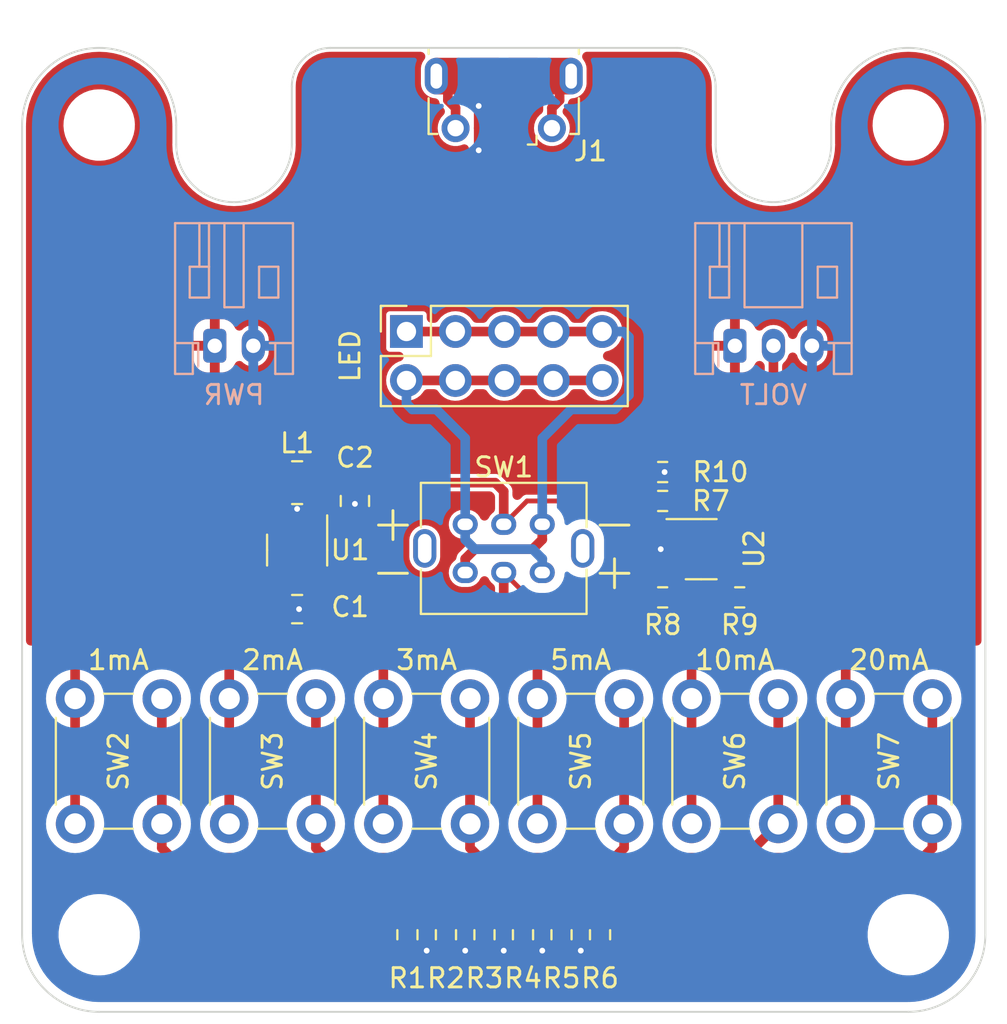
<source format=kicad_pcb>
(kicad_pcb (version 20211014) (generator pcbnew)
  (layers (0 "F.Cu" signal) (31 "B.Cu" signal) (34 "B.Paste" user) (35 "F.Paste" user) (36 "B.SilkS" user "B.Silkscreen") (37 "F.SilkS" user "F.Silkscreen") (38 "B.Mask" user) (39 "F.Mask" user) (44 "Edge.Cuts" user))
  (net 0 "")
  (net 1 "+5V")
  (net 2 "GND")
  (net 3 "LED+")
  (net 4 "Net-(L1-Pad1)")
  (net 5 "Net-(R7-Pad1)")
  (net 6 "LED-")
  (net 10 "unconnected-(J1-Pad6)")
  (net 11 "Net-(J3-Pad2)")
  (net 12 "Net-(R8-Pad1)")
  (net 13 "Net-(R1-Pad1)")
  (net 14 "Net-(R2-Pad1)")
  (net 15 "Net-(R3-Pad1)")
  (net 16 "Net-(R4-Pad1)")
  (net 17 "Net-(R5-Pad1)")
  (net 18 "Net-(R6-Pad1)")
  (net 19 "Net-(J4-Pad1)")
  (net 20 "Net-(J4-Pad10)")
  (footprint "Button_Switch_THT:SW_PUSH_6mm_H8mm" (layer "F.Cu") (at 102.75 90.25 90)
    (fp_text reference "SW2" (at 3.25 2.25 90) (layer "F.SilkS"))
    (fp_text value "1mA" (at 8.5 2.25 180) (layer "F.SilkS"))
    (fp_line (start 1 5.5) (end 5.5 5.5) (layer "F.SilkS") (width 0.12))
    (fp_line (start 5.5 -1) (end 1 -1) (layer "F.SilkS") (width 0.12))
    (fp_line (start -0.25 1.5) (end -0.25 3) (layer "F.SilkS") (width 0.12))
    (fp_line (start 6.75 3) (end 6.75 1.5) (layer "F.SilkS") (width 0.12))
    (pad "1" thru_hole circle (at 6.5 0 180) (size 2 2) (drill 1.1) (layers *.Cu *.Mask) (net 6 "LED-"))
    (pad "1" thru_hole circle (at 0 0 180) (size 2 2) (drill 1.1) (layers *.Cu *.Mask) (net 6 "LED-"))
    (pad "2" thru_hole circle (at 0 4.5 180) (size 2 2) (drill 1.1) (layers *.Cu *.Mask) (net 13 "Net-(R1-Pad1)"))
    (pad "2" thru_hole circle (at 6.5 4.5 180) (size 2 2) (drill 1.1) (layers *.Cu *.Mask) (net 13 "Net-(R1-Pad1)"))
  )
  (footprint "Resistor_SMD:R_0603_1608Metric" (layer "F.Cu") (at 137.25 78.5 180)
    (fp_text reference "R9" (at 0 -1.43) (layer "F.SilkS"))
    (fp_text value "10k" hide)
    (fp_line (start -0.237258 -0.5225) (end 0.237258 -0.5225) (layer "F.SilkS") (width 0.12))
    (fp_line (start -0.237258 0.5225) (end 0.237258 0.5225) (layer "F.SilkS") (width 0.12))
    (pad "1" smd roundrect (at -0.825 0 180) (size 0.8 0.95) (layers "F.Cu" "F.Paste" "F.Mask") (net 11 "Net-(J3-Pad2)"))
    (pad "2" smd roundrect (at 0.825 0 180) (size 0.8 0.95) (layers "F.Cu" "F.Paste" "F.Mask") (net 12 "Net-(R8-Pad1)"))
  )
  (footprint "Connector_USB:USB_Micro-B_Molex-105017-0001" (layer "F.Cu") (at 125 52.7 180)
    (fp_text reference "J1" (at -4.5 -2.66) (layer "F.SilkS"))
    (fp_text value "PWR")
    (fp_line (start 3.9 2.6375) (end 3.9 2.3875) (layer "F.SilkS") (width 0.12))
    (fp_line (start -3.9 2.6375) (end -3.9 2.3875) (layer "F.SilkS") (width 0.12))
    (fp_line (start -3.9 -1.7625) (end -3.45 -1.7625) (layer "F.SilkS") (width 0.12))
    (fp_line (start 3.9 -1.7625) (end 3.45 -1.7625) (layer "F.SilkS") (width 0.12))
    (fp_line (start -1.7 -2.3125) (end -1.7 -1.8625) (layer "F.SilkS") (width 0.12))
    (fp_line (start 3.9 0.0875) (end 3.9 -1.7625) (layer "F.SilkS") (width 0.12))
    (fp_line (start -1.7 -2.3125) (end -1.25 -2.3125) (layer "F.SilkS") (width 0.12))
    (fp_line (start -3.9 0.0875) (end -3.9 -1.7625) (layer "F.SilkS") (width 0.12))
    (pad "1" smd rect (at -1.3 -1.4625 180) (size 0.4 1.35) (layers "F.Cu" "F.Paste" "F.Mask") (net 1 "+5V"))
    (pad "2" smd rect (at -0.65 -1.4625 180) (size 0.4 1.35) (layers "F.Cu" "F.Paste" "F.Mask"))
    (pad "3" smd rect (at 0 -1.4625 180) (size 0.4 1.35) (layers "F.Cu" "F.Paste" "F.Mask"))
    (pad "4" smd rect (at 0.65 -1.4625 180) (size 0.4 1.35) (layers "F.Cu" "F.Paste" "F.Mask"))
    (pad "5" smd rect (at 1.3 -1.4625 180) (size 0.4 1.35) (layers "F.Cu" "F.Paste" "F.Mask") (net 2 "GND"))
    (pad "6" smd rect (at 2.9 1.2375 180) (size 1.2 1.9) (layers "F.Cu" "F.Mask") (net 10 "unconnected-(J1-Pad6)"))
    (pad "6" thru_hole circle (at -2.5 -1.4625 180) (size 1.45 1.45) (drill 0.85) (layers *.Cu *.Mask) (net 10 "unconnected-(J1-Pad6)"))
    (pad "6" smd rect (at -2.9 1.2375 180) (size 1.2 1.9) (layers "F.Cu" "F.Mask") (net 10 "unconnected-(J1-Pad6)"))
    (pad "6" smd rect (at 1 1.2375 180) (size 1.5 1.9) (layers "F.Cu" "F.Paste" "F.Mask") (net 10 "unconnected-(J1-Pad6)"))
    (pad "6" thru_hole oval (at -3.5 1.2375) (size 1.2 1.9) (drill oval 0.6 1.3) (layers *.Cu *.Mask) (net 10 "unconnected-(J1-Pad6)"))
    (pad "6" thru_hole circle (at 2.5 -1.4625 180) (size 1.45 1.45) (drill 0.85) (layers *.Cu *.Mask) (net 10 "unconnected-(J1-Pad6)"))
    (pad "6" smd rect (at -1 1.2375 180) (size 1.5 1.9) (layers "F.Cu" "F.Paste" "F.Mask") (net 10 "unconnected-(J1-Pad6)"))
    (pad "6" thru_hole oval (at 3.5 1.2375 180) (size 1.2 1.9) (drill oval 0.6 1.3) (layers *.Cu *.Mask) (net 10 "unconnected-(J1-Pad6)"))
  )
  (footprint "Resistor_SMD:R_0603_1608Metric" (layer "F.Cu") (at 124 96 -90)
    (fp_text reference "R3" (at 2.25 0 180) (layer "F.SilkS"))
    (fp_text value "33r")
    (fp_line (start -0.237258 0.5225) (end 0.237258 0.5225) (layer "F.SilkS") (width 0.12))
    (fp_line (start -0.237258 -0.5225) (end 0.237258 -0.5225) (layer "F.SilkS") (width 0.12))
    (pad "1" smd roundrect (at -0.825 0 270) (size 0.8 0.95) (layers "F.Cu" "F.Paste" "F.Mask") (net 15 "Net-(R3-Pad1)"))
    (pad "2" smd roundrect (at 0.825 0 270) (size 0.8 0.95) (layers "F.Cu" "F.Paste" "F.Mask") (net 2 "GND"))
  )
  (footprint "MountingHole:MountingHole_3.2mm_M3_DIN965" (layer "F.Cu") (at 104 54)
    (fp_text reference "H1" hide)
    (fp_text value "MountingHole")
    (pad "" np_thru_hole circle (at 0 0) (size 3.2 3.2) (drill 3.2) (layers *.Cu *.Mask))
  )
  (footprint "Capacitor_SMD:C_0805_2012Metric" (layer "F.Cu") (at 114.275 79.11)
    (fp_text reference "C1" (at 2.75 -0.11) (layer "F.SilkS"))
    (fp_text value "10u")
    (fp_line (start -0.261252 -0.735) (end 0.261252 -0.735) (layer "F.SilkS") (width 0.12))
    (fp_line (start -0.261252 0.735) (end 0.261252 0.735) (layer "F.SilkS") (width 0.12))
    (pad "1" smd roundrect (at -0.95 0) (size 1 1.45) (layers "F.Cu" "F.Paste" "F.Mask") (net 1 "+5V"))
    (pad "2" smd roundrect (at 0.95 0) (size 1 1.45) (layers "F.Cu" "F.Paste" "F.Mask") (net 2 "GND"))
  )
  (footprint "Resistor_SMD:R_0603_1608Metric" (layer "F.Cu") (at 120 96 -90)
    (fp_text reference "R1" (at 2.25 0 180) (layer "F.SilkS"))
    (fp_text value "100r")
    (fp_line (start -0.237258 0.5225) (end 0.237258 0.5225) (layer "F.SilkS") (width 0.12))
    (fp_line (start -0.237258 -0.5225) (end 0.237258 -0.5225) (layer "F.SilkS") (width 0.12))
    (pad "1" smd roundrect (at -0.825 0 270) (size 0.8 0.95) (layers "F.Cu" "F.Paste" "F.Mask") (net 13 "Net-(R1-Pad1)"))
    (pad "2" smd roundrect (at 0.825 0 270) (size 0.8 0.95) (layers "F.Cu" "F.Paste" "F.Mask") (net 2 "GND"))
  )
  (footprint "Button_Switch_THT:SW_PUSH_6mm_H8mm" (layer "F.Cu") (at 110.75 90.25 90)
    (fp_text reference "SW3" (at 3.25 2.25 90) (layer "F.SilkS"))
    (fp_text value "2mA" (at 8.5 2.25 180) (layer "F.SilkS"))
    (fp_line (start 1 5.5) (end 5.5 5.5) (layer "F.SilkS") (width 0.12))
    (fp_line (start 6.75 3) (end 6.75 1.5) (layer "F.SilkS") (width 0.12))
    (fp_line (start 5.5 -1) (end 1 -1) (layer "F.SilkS") (width 0.12))
    (fp_line (start -0.25 1.5) (end -0.25 3) (layer "F.SilkS") (width 0.12))
    (pad "1" thru_hole circle (at 6.5 0 180) (size 2 2) (drill 1.1) (layers *.Cu *.Mask) (net 6 "LED-"))
    (pad "1" thru_hole circle (at 0 0 180) (size 2 2) (drill 1.1) (layers *.Cu *.Mask) (net 6 "LED-"))
    (pad "2" thru_hole circle (at 6.5 4.5 180) (size 2 2) (drill 1.1) (layers *.Cu *.Mask) (net 14 "Net-(R2-Pad1)"))
    (pad "2" thru_hole circle (at 0 4.5 180) (size 2 2) (drill 1.1) (layers *.Cu *.Mask) (net 14 "Net-(R2-Pad1)"))
  )
  (footprint "Connector_PinSocket_2.54mm:PinSocket_2x05_P2.54mm_Vertical" (layer "F.Cu") (at 119.95 64.71 90)
    (fp_text reference "J4" hide)
    (fp_text value "LED" (at -1.27 -2.92 270) (layer "F.SilkS"))
    (fp_line (start 1.33 1.27) (end 1.33 11.49) (layer "F.SilkS") (width 0.12))
    (fp_line (start -3.87 -1.33) (end -3.87 11.49) (layer "F.SilkS") (width 0.12))
    (fp_line (start 1.33 -1.33) (end 1.33 0) (layer "F.SilkS") (width 0.12))
    (fp_line (start -1.27 -1.33) (end -1.27 1.27) (layer "F.SilkS") (width 0.12))
    (fp_line (start -3.87 -1.33) (end -1.27 -1.33) (layer "F.SilkS") (width 0.12))
    (fp_line (start -1.27 1.27) (end 1.33 1.27) (layer "F.SilkS") (width 0.12))
    (fp_line (start 0 -1.33) (end 1.33 -1.33) (layer "F.SilkS") (width 0.12))
    (fp_line (start -3.87 11.49) (end 1.33 11.49) (layer "F.SilkS") (width 0.12))
    (pad "1" thru_hole rect (at 0 0 90) (size 1.7 1.7) (drill 1) (layers *.Cu *.Mask) (net 19 "Net-(J4-Pad1)"))
    (pad "2" thru_hole oval (at -2.54 0 90) (size 1.7 1.7) (drill 1) (layers *.Cu *.Mask) (net 20 "Net-(J4-Pad10)"))
    (pad "3" thru_hole oval (at 0 2.54 90) (size 1.7 1.7) (drill 1) (layers *.Cu *.Mask) (net 19 "Net-(J4-Pad1)"))
    (pad "4" thru_hole oval (at -2.54 2.54 90) (size 1.7 1.7) (drill 1) (layers *.Cu *.Mask) (net 20 "Net-(J4-Pad10)"))
    (pad "5" thru_hole oval (at 0 5.08 90) (size 1.7 1.7) (drill 1) (layers *.Cu *.Mask) (net 19 "Net-(J4-Pad1)"))
    (pad "6" thru_hole oval (at -2.54 5.08 90) (size 1.7 1.7) (drill 1) (layers *.Cu *.Mask) (net 20 "Net-(J4-Pad10)"))
    (pad "7" thru_hole oval (at 0 7.62 90) (size 1.7 1.7) (drill 1) (layers *.Cu *.Mask) (net 19 "Net-(J4-Pad1)"))
    (pad "8" thru_hole oval (at -2.54 7.62 90) (size 1.7 1.7) (drill 1) (layers *.Cu *.Mask) (net 20 "Net-(J4-Pad10)"))
    (pad "9" thru_hole oval (at 0 10.16 90) (size 1.7 1.7) (drill 1) (layers *.Cu *.Mask) (net 19 "Net-(J4-Pad1)"))
    (pad "10" thru_hole oval (at -2.54 10.16 90) (size 1.7 1.7) (drill 1) (layers *.Cu *.Mask) (net 20 "Net-(J4-Pad10)"))
  )
  (footprint "Button_Switch_THT:SW_PUSH_6mm_H8mm" (layer "F.Cu") (at 126.75 90.25 90)
    (fp_text reference "SW5" (at 3.25 2.25 90) (layer "F.SilkS"))
    (fp_text value "5mA" (at 8.5 2.25 180) (layer "F.SilkS"))
    (fp_line (start -0.25 1.5) (end -0.25 3) (layer "F.SilkS") (width 0.12))
    (fp_line (start 5.5 -1) (end 1 -1) (layer "F.SilkS") (width 0.12))
    (fp_line (start 1 5.5) (end 5.5 5.5) (layer "F.SilkS") (width 0.12))
    (fp_line (start 6.75 3) (end 6.75 1.5) (layer "F.SilkS") (width 0.12))
    (pad "1" thru_hole circle (at 6.5 0 180) (size 2 2) (drill 1.1) (layers *.Cu *.Mask) (net 6 "LED-"))
    (pad "1" thru_hole circle (at 0 0 180) (size 2 2) (drill 1.1) (layers *.Cu *.Mask) (net 6 "LED-"))
    (pad "2" thru_hole circle (at 6.5 4.5 180) (size 2 2) (drill 1.1) (layers *.Cu *.Mask) (net 16 "Net-(R4-Pad1)"))
    (pad "2" thru_hole circle (at 0 4.5 180) (size 2 2) (drill 1.1) (layers *.Cu *.Mask) (net 16 "Net-(R4-Pad1)"))
  )
  (footprint "MountingHole:MountingHole_3.2mm_M3_DIN965" (layer "F.Cu") (at 146 54)
    (fp_text reference "H3" hide)
    (fp_text value "MountingHole")
    (pad "" np_thru_hole circle (at 0 0) (size 3.2 3.2) (drill 3.2) (layers *.Cu *.Mask))
  )
  (footprint "Resistor_SMD:R_0603_1608Metric" (layer "F.Cu") (at 122 96 -90)
    (fp_text reference "R2" (at 2.25 0 180) (layer "F.SilkS"))
    (fp_text value "50r")
    (fp_line (start -0.237258 0.5225) (end 0.237258 0.5225) (layer "F.SilkS") (width 0.12))
    (fp_line (start -0.237258 -0.5225) (end 0.237258 -0.5225) (layer "F.SilkS") (width 0.12))
    (pad "1" smd roundrect (at -0.825 0 270) (size 0.8 0.95) (layers "F.Cu" "F.Paste" "F.Mask") (net 14 "Net-(R2-Pad1)"))
    (pad "2" smd roundrect (at 0.825 0 270) (size 0.8 0.95) (layers "F.Cu" "F.Paste" "F.Mask") (net 2 "GND"))
  )
  (footprint "Button_Switch_THT:SW_PUSH_6mm_H8mm" (layer "F.Cu") (at 118.75 90.25 90)
    (fp_text reference "SW4" (at 3.25 2.25 90) (layer "F.SilkS"))
    (fp_text value "3mA" (at 8.5 2.25 180) (layer "F.SilkS"))
    (fp_line (start 5.5 -1) (end 1 -1) (layer "F.SilkS") (width 0.12))
    (fp_line (start -0.25 1.5) (end -0.25 3) (layer "F.SilkS") (width 0.12))
    (fp_line (start 6.75 3) (end 6.75 1.5) (layer "F.SilkS") (width 0.12))
    (fp_line (start 1 5.5) (end 5.5 5.5) (layer "F.SilkS") (width 0.12))
    (pad "1" thru_hole circle (at 0 0 180) (size 2 2) (drill 1.1) (layers *.Cu *.Mask) (net 6 "LED-"))
    (pad "1" thru_hole circle (at 6.5 0 180) (size 2 2) (drill 1.1) (layers *.Cu *.Mask) (net 6 "LED-"))
    (pad "2" thru_hole circle (at 0 4.5 180) (size 2 2) (drill 1.1) (layers *.Cu *.Mask) (net 15 "Net-(R3-Pad1)"))
    (pad "2" thru_hole circle (at 6.5 4.5 180) (size 2 2) (drill 1.1) (layers *.Cu *.Mask) (net 15 "Net-(R3-Pad1)"))
  )
  (footprint "led-tester:OS202011MS2QS1" (layer "F.Cu") (at 125 75.96)
    (fp_text reference "SW1" (at 0 -4.21 unlocked) (layer "F.SilkS"))
    (fp_text value "LED_POL")
    (fp_line (start 4.3 3.4) (end -4.3 3.4) (layer "F.SilkS") (width 0.12))
    (fp_line (start 4.3 -3.4) (end 4.3 -1.1) (layer "F.SilkS") (width 0.12))
    (fp_line (start -4.3 3.4) (end -4.3 1.1) (layer "F.SilkS") (width 0.12))
    (fp_line (start 4.3 1.1) (end 4.3 3.4) (layer "F.SilkS") (width 0.12))
    (fp_line (start -4.3 -3.4) (end 4.3 -3.4) (layer "F.SilkS") (width 0.12))
    (fp_line (start -4.3 -3.4) (end -4.3 -1.1) (layer "F.SilkS") (width 0.12))
    (pad "" thru_hole oval (at 4.1 0) (size 1.2 2) (drill oval 0.7 1.5) (layers *.Cu *.Mask))
    (pad "" thru_hole oval (at -4.1 0) (size 1.2 2) (drill oval 0.7 1.5) (layers *.Cu *.Mask))
    (pad "1" thru_hole oval (at -2 -1.25) (size 1.3 1.1) (drill oval 0.8 0.6) (layers *.Cu *.Mask) (net 20 "Net-(J4-Pad10)"))
    (pad "2" thru_hole oval (at 0 -1.25) (size 1.3 1.1) (drill oval 0.8 0.6) (layers *.Cu *.Mask) (net 3 "LED+"))
    (pad "3" thru_hole oval (at 2 -1.25) (size 1.3 1.1) (drill oval 0.8 0.6) (layers *.Cu *.Mask) (net 19 "Net-(J4-Pad1)"))
    (pad "4" thru_hole oval (at -2 1.25) (size 1.3 1.1) (drill oval 0.8 0.6) (layers *.Cu *.Mask) (net 19 "Net-(J4-Pad1)"))
    (pad "5" thru_hole oval (at 0 1.25) (size 1.3 1.1) (drill oval 0.8 0.6) (layers *.Cu *.Mask) (net 6 "LED-"))
    (pad "6" thru_hole oval (at 2 1.25) (size 1.3 1.1) (drill oval 0.8 0.6) (layers *.Cu *.Mask) (net 20 "Net-(J4-Pad10)"))
  )
  (footprint "Button_Switch_THT:SW_PUSH_6mm_H8mm" (layer "F.Cu") (at 134.75 90.25 90)
    (fp_text reference "SW6" (at 3.25 2.25 90) (layer "F.SilkS"))
    (fp_text value "10mA" (at 8.5 2.25 180) (layer "F.SilkS"))
    (fp_line (start -0.25 1.5) (end -0.25 3) (layer "F.SilkS") (width 0.12))
    (fp_line (start 5.5 -1) (end 1 -1) (layer "F.SilkS") (width 0.12))
    (fp_line (start 6.75 3) (end 6.75 1.5) (layer "F.SilkS") (width 0.12))
    (fp_line (start 1 5.5) (end 5.5 5.5) (layer "F.SilkS") (width 0.12))
    (pad "1" thru_hole circle (at 6.5 0 180) (size 2 2) (drill 1.1) (layers *.Cu *.Mask) (net 6 "LED-"))
    (pad "1" thru_hole circle (at 0 0 180) (size 2 2) (drill 1.1) (layers *.Cu *.Mask) (net 6 "LED-"))
    (pad "2" thru_hole circle (at 6.5 4.5 180) (size 2 2) (drill 1.1) (layers *.Cu *.Mask) (net 17 "Net-(R5-Pad1)"))
    (pad "2" thru_hole circle (at 0 4.5 180) (size 2 2) (drill 1.1) (layers *.Cu *.Mask) (net 17 "Net-(R5-Pad1)"))
  )
  (footprint "Resistor_SMD:R_0603_1608Metric" (layer "F.Cu") (at 130 96 -90)
    (fp_text reference "R6" (at 2.25 0 180) (layer "F.SilkS"))
    (fp_text value "5r")
    (fp_line (start -0.237258 -0.5225) (end 0.237258 -0.5225) (layer "F.SilkS") (width 0.12))
    (fp_line (start -0.237258 0.5225) (end 0.237258 0.5225) (layer "F.SilkS") (width 0.12))
    (pad "1" smd roundrect (at -0.825 0 270) (size 0.8 0.95) (layers "F.Cu" "F.Paste" "F.Mask") (net 18 "Net-(R6-Pad1)"))
    (pad "2" smd roundrect (at 0.825 0 270) (size 0.8 0.95) (layers "F.Cu" "F.Paste" "F.Mask") (net 2 "GND"))
  )
  (footprint "Resistor_SMD:R_0603_1608Metric" (layer "F.Cu") (at 128 96 -90)
    (fp_text reference "R5" (at 2.25 0 180) (layer "F.SilkS"))
    (fp_text value "10r")
    (fp_line (start -0.237258 -0.5225) (end 0.237258 -0.5225) (layer "F.SilkS") (width 0.12))
    (fp_line (start -0.237258 0.5225) (end 0.237258 0.5225) (layer "F.SilkS") (width 0.12))
    (pad "1" smd roundrect (at -0.825 0 270) (size 0.8 0.95) (layers "F.Cu" "F.Paste" "F.Mask") (net 17 "Net-(R5-Pad1)"))
    (pad "2" smd roundrect (at 0.825 0 270) (size 0.8 0.95) (layers "F.Cu" "F.Paste" "F.Mask") (net 2 "GND"))
  )
  (footprint "Button_Switch_THT:SW_PUSH_6mm_H8mm" (layer "F.Cu") (at 142.75 90.25 90)
    (fp_text reference "SW7" (at 3.25 2.25 90) (layer "F.SilkS"))
    (fp_text value "20mA" (at 8.5 2.25 180) (layer "F.SilkS"))
    (fp_line (start -0.25 1.5) (end -0.25 3) (layer "F.SilkS") (width 0.12))
    (fp_line (start 5.5 -1) (end 1 -1) (layer "F.SilkS") (width 0.12))
    (fp_line (start 6.75 3) (end 6.75 1.5) (layer "F.SilkS") (width 0.12))
    (fp_line (start 1 5.5) (end 5.5 5.5) (layer "F.SilkS") (width 0.12))
    (pad "1" thru_hole circle (at 0 0 180) (size 2 2) (drill 1.1) (layers *.Cu *.Mask) (net 6 "LED-"))
    (pad "1" thru_hole circle (at 6.5 0 180) (size 2 2) (drill 1.1) (layers *.Cu *.Mask) (net 6 "LED-"))
    (pad "2" thru_hole circle (at 0 4.5 180) (size 2 2) (drill 1.1) (layers *.Cu *.Mask) (net 18 "Net-(R6-Pad1)"))
    (pad "2" thru_hole circle (at 6.5 4.5 180) (size 2 2) (drill 1.1) (layers *.Cu *.Mask) (net 18 "Net-(R6-Pad1)"))
  )
  (footprint "Capacitor_SMD:C_0805_2012Metric" (layer "F.Cu") (at 117.275 73.5 -90)
    (fp_text reference "C2" (at -2.25 0 -180) (layer "F.SilkS"))
    (fp_text value "10u")
    (fp_line (start -0.261252 -0.735) (end 0.261252 -0.735) (layer "F.SilkS") (width 0.12))
    (fp_line (start -0.261252 0.735) (end 0.261252 0.735) (layer "F.SilkS") (width 0.12))
    (pad "1" smd roundrect (at -0.95 0 270) (size 1 1.45) (layers "F.Cu" "F.Paste" "F.Mask") (net 3 "LED+"))
    (pad "2" smd roundrect (at 0.95 0 270) (size 1 1.45) (layers "F.Cu" "F.Paste" "F.Mask") (net 2 "GND"))
  )
  (footprint "MountingHole:MountingHole_3.2mm_M3_DIN965" (layer "F.Cu") (at 146 96)
    (fp_text reference "H2" hide)
    (fp_text value "MountingHole")
    (pad "" np_thru_hole circle (at 0 0) (size 3.2 3.2) (drill 3.2) (layers *.Cu *.Mask))
  )
  (footprint "Resistor_SMD:R_0603_1608Metric" (layer "F.Cu") (at 126 96 -90)
    (fp_text reference "R4" (at 2.25 0 180) (layer "F.SilkS"))
    (fp_text value "20r")
    (fp_line (start -0.237258 0.5225) (end 0.237258 0.5225) (layer "F.SilkS") (width 0.12))
    (fp_line (start -0.237258 -0.5225) (end 0.237258 -0.5225) (layer "F.SilkS") (width 0.12))
    (pad "1" smd roundrect (at -0.825 0 270) (size 0.8 0.95) (layers "F.Cu" "F.Paste" "F.Mask") (net 16 "Net-(R4-Pad1)"))
    (pad "2" smd roundrect (at 0.825 0 270) (size 0.8 0.95) (layers "F.Cu" "F.Paste" "F.Mask") (net 2 "GND"))
  )
  (footprint "Inductor_SMD:L_1008_2520Metric" (layer "F.Cu") (at 114.275 72.55)
    (fp_text reference "L1" (at 0 -2.05) (layer "F.SilkS"))
    (fp_text value "4u7")
    (fp_line (start -0.261252 1.11) (end 0.261252 1.11) (layer "F.SilkS") (width 0.12))
    (fp_line (start -0.261252 -1.11) (end 0.261252 -1.11) (layer "F.SilkS") (width 0.12))
    (pad "1" smd roundrect (at -1.075 0) (size 1.25 2.2) (layers "F.Cu" "F.Paste" "F.Mask") (roundrect_rratio 0.2) (net 4 "Net-(L1-Pad1)"))
    (pad "2" smd roundrect (at 1.075 0) (size 1.25 2.2) (layers "F.Cu" "F.Paste" "F.Mask") (roundrect_rratio 0.2) (net 3 "LED+"))
  )
  (footprint "Resistor_SMD:R_0603_1608Metric" (layer "F.Cu") (at 133.25 73.5 180)
    (fp_text reference "R7" (at -2.5 0) (layer "F.SilkS"))
    (fp_text value "10k" hide)
    (fp_line (start -0.237258 0.5225) (end 0.237258 0.5225) (layer "F.SilkS") (width 0.12))
    (fp_line (start -0.237258 -0.5225) (end 0.237258 -0.5225) (layer "F.SilkS") (width 0.12))
    (pad "1" smd roundrect (at -0.825 0 180) (size 0.8 0.95) (layers "F.Cu" "F.Paste" "F.Mask") (net 5 "Net-(R7-Pad1)"))
    (pad "2" smd roundrect (at 0.825 0 180) (size 0.8 0.95) (layers "F.Cu" "F.Paste" "F.Mask") (net 3 "LED+"))
  )
  (footprint "Resistor_SMD:R_0603_1608Metric" (layer "F.Cu") (at 133.25 78.5 180)
    (fp_text reference "R8" (at 0 -1.43) (layer "F.SilkS"))
    (fp_text value "10k" hide)
    (fp_line (start -0.237258 0.5225) (end 0.237258 0.5225) (layer "F.SilkS") (width 0.12))
    (fp_line (start -0.237258 -0.5225) (end 0.237258 -0.5225) (layer "F.SilkS") (width 0.12))
    (pad "1" smd roundrect (at -0.825 0 180) (size 0.8 0.95) (layers "F.Cu" "F.Paste" "F.Mask") (net 12 "Net-(R8-Pad1)"))
    (pad "2" smd roundrect (at 0.825 0 180) (size 0.8 0.95) (layers "F.Cu" "F.Paste" "F.Mask") (net 6 "LED-"))
  )
  (footprint "Package_TO_SOT_SMD:TSOT-23-5" (layer "F.Cu") (at 114.275 76.0475 -90)
    (fp_text reference "U1" (at 0 -2.75 -180) (layer "F.SilkS"))
    (fp_text value "PAM2804")
    (fp_line (start 0 -1.56) (end -1.8 -1.56) (layer "F.SilkS") (width 0.12))
    (fp_line (start 0 1.56) (end -0.8 1.56) (layer "F.SilkS") (width 0.12))
    (fp_line (start 0 1.56) (end 0.8 1.56) (layer "F.SilkS") (width 0.12))
    (fp_line (start 0 -1.56) (end 0.8 -1.56) (layer "F.SilkS") (width 0.12))
    (pad "1" smd roundrect (at -1.1375 -0.95 270) (size 1.325 0.6) (layers "F.Cu" "F.Paste" "F.Mask") (net 1 "+5V"))
    (pad "2" smd roundrect (at -1.1375 0 270) (size 1.325 0.6) (layers "F.Cu" "F.Paste" "F.Mask") (net 2 "GND"))
    (pad "3" smd roundrect (at -1.1375 0.95 270) (size 1.325 0.6) (layers "F.Cu" "F.Paste" "F.Mask") (net 4 "Net-(L1-Pad1)"))
    (pad "4" smd roundrect (at 1.1375 0.95 270) (size 1.325 0.6) (layers "F.Cu" "F.Paste" "F.Mask") (net 1 "+5V"))
    (pad "5" smd roundrect (at 1.1375 -0.95 270) (size 1.325 0.6) (layers "F.Cu" "F.Paste" "F.Mask") (net 6 "LED-"))
  )
  (footprint "Package_TO_SOT_SMD:SOT-23-5" (layer "F.Cu") (at 135.25 76)
    (fp_text reference "U2" (at 2.75 -0.02 90) (layer "F.SilkS"))
    (fp_text value "LM321" hide)
    (fp_line (start 0 1.56) (end -0.8 1.56) (layer "F.SilkS") (width 0.12))
    (fp_line (start 0 -1.56) (end 0.8 -1.56) (layer "F.SilkS") (width 0.12))
    (fp_line (start 0 1.56) (end 0.8 1.56) (layer "F.SilkS") (width 0.12))
    (fp_line (start 0 -1.56) (end -1.8 -1.56) (layer "F.SilkS") (width 0.12))
    (pad "1" smd roundrect (at -1.1375 -0.95) (size 1.325 0.6) (layers "F.Cu" "F.Paste" "F.Mask") (net 5 "Net-(R7-Pad1)"))
    (pad "2" smd roundrect (at -1.1375 0) (size 1.325 0.6) (layers "F.Cu" "F.Paste" "F.Mask") (net 2 "GND"))
    (pad "3" smd roundrect (at -1.1375 0.95) (size 1.325 0.6) (layers "F.Cu" "F.Paste" "F.Mask") (net 12 "Net-(R8-Pad1)"))
    (pad "4" smd roundrect (at 1.1375 0.95) (size 1.325 0.6) (layers "F.Cu" "F.Paste" "F.Mask") (net 11 "Net-(J3-Pad2)"))
    (pad "5" smd roundrect (at 1.1375 -0.95) (size 1.325 0.6) (layers "F.Cu" "F.Paste" "F.Mask") (net 1 "+5V"))
  )
  (footprint "Resistor_SMD:R_0603_1608Metric" (layer "F.Cu") (at 133.25 72 180)
    (fp_text reference "R10" (at -3 0) (layer "F.SilkS"))
    (fp_text value "10k" hide)
    (fp_line (start -0.237258 0.5225) (end 0.237258 0.5225) (layer "F.SilkS") (width 0.12))
    (fp_line (start -0.237258 -0.5225) (end 0.237258 -0.5225) (layer "F.SilkS") (width 0.12))
    (pad "1" smd roundrect (at -0.825 0 180) (size 0.8 0.95) (layers "F.Cu" "F.Paste" "F.Mask") (net 2 "GND"))
    (pad "2" smd roundrect (at 0.825 0 180) (size 0.8 0.95) (layers "F.Cu" "F.Paste" "F.Mask") (net 3 "LED+"))
  )
  (footprint "MountingHole:MountingHole_3.2mm_M3_DIN965" (layer "F.Cu") (at 104 96)
    (fp_text reference "H4" hide)
    (fp_text value "MountingHole")
    (pad "" np_thru_hole circle (at 0 0) (size 3.2 3.2) (drill 3.2) (layers *.Cu *.Mask))
  )
  (footprint "Connector_JST:JST_PH_S3B-PH-K_1x03_P2.00mm_Horizontal" (layer "B.Cu") (at 137 65.45)
    (fp_text reference "J3" hide)
    (fp_text value "VOLT" (at 2 2.55) (layer "B.SilkS") (effects (justify mirror)))
    (fp_line (start 4.3 -4.1) (end 4.3 -2.5) (layer "B.SilkS") (width 0.12))
    (fp_line (start -2.06 -6.36) (end 6.06 -6.36) (layer "B.SilkS") (width 0.12))
    (fp_line (start 6.06 -0.14) (end 5.14 -0.14) (layer "B.SilkS") (width 0.12))
    (fp_line (start 5.14 -0.14) (end 4.86 -0.14) (layer "B.SilkS") (width 0.12))
    (fp_line (start -1.14 1.46) (end -2.06 1.46) (layer "B.SilkS") (width 0.12))
    (fp_line (start 5.3 -4.1) (end 4.3 -4.1) (layer "B.SilkS") (width 0.12))
    (fp_line (start 6.06 1.46) (end 5.14 1.46) (layer "B.SilkS") (width 0.12))
    (fp_line (start -0.8 -4.1) (end -0.8 -6.36) (layer "B.SilkS") (width 0.12))
    (fp_line (start 4.3 -2.5) (end 5.3 -2.5) (layer "B.SilkS") (width 0.12))
    (fp_line (start -0.3 -2.5) (end -1.3 -2.5) (layer "B.SilkS") (width 0.12))
    (fp_line (start -0.86 -0.14) (end -0.86 1.075) (layer "B.SilkS") (width 0.12))
    (fp_line (start 5.14 1.46) (end 5.14 -0.14) (layer "B.SilkS") (width 0.12))
    (fp_line (start -2.06 -0.14) (end -1.14 -0.14) (layer "B.SilkS") (width 0.12))
    (fp_line (start 6.06 -6.36) (end 6.06 1.46) (layer "B.SilkS") (width 0.12))
    (fp_line (start 3.5 -2) (end 3.5 -6.36) (layer "B.SilkS") (width 0.12))
    (fp_line (start -2.06 1.46) (end -2.06 -6.36) (layer "B.SilkS") (width 0.12))
    (fp_line (start 5.3 -2.5) (end 5.3 -4.1) (layer "B.SilkS") (width 0.12))
    (fp_line (start -1.3 -2.5) (end -1.3 -4.1) (layer "B.SilkS") (width 0.12))
    (fp_line (start -1.14 -0.14) (end -1.14 1.46) (layer "B.SilkS") (width 0.12))
    (fp_line (start 0.5 -6.36) (end 0.5 -2) (layer "B.SilkS") (width 0.12))
    (fp_line (start -0.3 -4.1) (end -0.3 -6.36) (layer "B.SilkS") (width 0.12))
    (fp_line (start -1.3 -4.1) (end -0.3 -4.1) (layer "B.SilkS") (width 0.12))
    (fp_line (start -0.86 -0.14) (end -1.14 -0.14) (layer "B.SilkS") (width 0.12))
    (fp_line (start -0.3 -4.1) (end -0.3 -2.5) (layer "B.SilkS") (width 0.12))
    (fp_line (start 0.5 -2) (end 3.5 -2) (layer "B.SilkS") (width 0.12))
    (pad "1" thru_hole roundrect (at 0 0) (size 1.2 1.75) (drill 0.75) (layers *.Cu *.Mask) (roundrect_rratio 0.2083333333) (net 1 "+5V"))
    (pad "2" thru_hole oval (at 2 0) (size 1.2 1.75) (drill 0.75) (layers *.Cu *.Mask) (net 11 "Net-(J3-Pad2)"))
    (pad "3" thru_hole oval (at 4 0) (size 1.2 1.75) (drill 0.75) (layers *.Cu *.Mask) (net 2 "GND"))
  )
  (footprint "Connector_JST:JST_PH_S2B-PH-K_1x02_P2.00mm_Horizontal" (layer "B.Cu") (at 110 65.45)
    (fp_text reference "J2" hide)
    (fp_text value "PWR" (at 1 2.55) (layer "B.SilkS") (effects (justify mirror)))
    (fp_line (start 4.06 -0.14) (end 3.14 -0.14) (layer "B.SilkS") (width 0.12))
    (fp_line (start -1.14 1.46) (end -2.06 1.46) (layer "B.SilkS") (width 0.12))
    (fp_line (start 1.5 -2) (end 1.5 -6.36) (layer "B.SilkS") (width 0.12))
    (fp_line (start -0.3 -2.5) (end -1.3 -2.5) (layer "B.SilkS") (width 0.12))
    (fp_line (start -0.86 -0.14) (end -0.86 1.075) (layer "B.SilkS") (width 0.12))
    (fp_line (start 3.3 -4.1) (end 2.3 -4.1) (layer "B.SilkS") (width 0.12))
    (fp_line (start -2.06 1.46) (end -2.06 -6.36) (layer "B.SilkS") (width 0.12))
    (fp_line (start 0.5 -6.36) (end 0.5 -2) (layer "B.SilkS") (width 0.12))
    (fp_line (start -1.3 -4.1) (end -0.3 -4.1) (layer "B.SilkS") (width 0.12))
    (fp_line (start 0.5 -2) (end 1.5 -2) (layer "B.SilkS") (width 0.12))
    (fp_line (start 4.06 1.46) (end 3.14 1.46) (layer "B.SilkS") (width 0.12))
    (fp_line (start 4.06 -6.36) (end 4.06 1.46) (layer "B.SilkS") (width 0.12))
    (fp_line (start 2.3 -4.1) (end 2.3 -2.5) (layer "B.SilkS") (width 0.12))
    (fp_line (start 3.14 1.46) (end 3.14 -0.14) (layer "B.SilkS") (width 0.12))
    (fp_line (start -0.3 -4.1) (end -0.3 -2.5) (layer "B.SilkS") (width 0.12))
    (fp_line (start 2.3 -2.5) (end 3.3 -2.5) (layer "B.SilkS") (width 0.12))
    (fp_line (start 3.3 -2.5) (end 3.3 -4.1) (layer "B.SilkS") (width 0.12))
    (fp_line (start -0.86 -0.14) (end -1.14 -0.14) (layer "B.SilkS") (width 0.12))
    (fp_line (start -1.14 -0.14) (end -1.14 1.46) (layer "B.SilkS") (width 0.12))
    (fp_line (start -0.3 -4.1) (end -0.3 -6.36) (layer "B.SilkS") (width 0.12))
    (fp_line (start -0.8 -4.1) (end -0.8 -6.36) (layer "B.SilkS") (width 0.12))
    (fp_line (start -2.06 -0.14) (end -1.14 -0.14) (layer "B.SilkS") (width 0.12))
    (fp_line (start 3.14 -0.14) (end 2.86 -0.14) (layer "B.SilkS") (width 0.12))
    (fp_line (start -1.3 -2.5) (end -1.3 -4.1) (layer "B.SilkS") (width 0.12))
    (fp_line (start -2.06 -6.36) (end 4.06 -6.36) (layer "B.SilkS") (width 0.12))
    (pad "1" thru_hole roundrect (at 0 0) (size 1.2 1.75) (drill 0.75) (layers *.Cu *.Mask) (roundrect_rratio 0.2083333333) (net 1 "+5V"))
    (pad "2" thru_hole oval (at 2 0) (size 1.2 1.75) (drill 0.75) (layers *.Cu *.Mask) (net 2 "GND"))
  )
  (gr_line (start 119.25 74) (end 119.25 75.5) (layer "F.SilkS") (width 0.15))
  (gr_line (start 120 74.75) (end 118.5 74.75) (layer "F.SilkS") (width 0.15))
  (gr_line (start 130.75 78) (end 130.75 76.5) (layer "F.SilkS") (width 0.15))
  (gr_line (start 118.5 77.25) (end 120 77.25) (layer "F.SilkS") (width 0.15))
  (gr_line (start 131.5 74.75) (end 130 74.75) (layer "F.SilkS") (width 0.15))
  (gr_line (start 130 77.25) (end 131.5 77.25) (layer "F.SilkS") (width 0.15))
  (gr_arc (start 134 50) (mid 135.414214 50.585786) (end 136 52) (layer "Edge.Cuts") (width 0.1))
  (gr_line (start 108 54) (end 108 55) (layer "Edge.Cuts") (width 0.1))
  (gr_line (start 146 100) (end 104 100) (layer "Edge.Cuts") (width 0.1))
  (gr_arc (start 104 53.5) (mid 104 53.5) (end 104 53.5) (layer "Edge.Cuts") (width 0.1))
  (gr_arc (start 150 96) (mid 148.828427 98.828427) (end 146 100) (layer "Edge.Cuts") (width 0.1))
  (gr_arc (start 100 54) (mid 104 50) (end 108 54) (layer "Edge.Cuts") (width 0.1))
  (gr_line (start 150 54) (end 150 96) (layer "Edge.Cuts") (width 0.1))
  (gr_arc (start 111 58) (mid 108.87868 57.12132) (end 108 55) (layer "Edge.Cuts") (width 0.1))
  (gr_line (start 100 54) (end 100 96) (layer "Edge.Cuts") (width 0.1))
  (gr_arc (start 114 55) (mid 113.12132 57.12132) (end 111 58) (layer "Edge.Cuts") (width 0.1))
  (gr_arc (start 114 52) (mid 114.585786 50.585786) (end 116 50) (layer "Edge.Cuts") (width 0.1))
  (gr_arc (start 142 55) (mid 139 58) (end 136 55) (layer "Edge.Cuts") (width 0.1))
  (gr_line (start 142 54) (end 142 55) (layer "Edge.Cuts") (width 0.1))
  (gr_line (start 114 55) (end 114 52) (layer "Edge.Cuts") (width 0.1))
  (gr_arc (start 104 100) (mid 101.171573 98.828427) (end 100 96) (layer "Edge.Cuts") (width 0.1))
  (gr_arc (start 142 54) (mid 146 50) (end 150 54) (layer "Edge.Cuts") (width 0.1))
  (gr_line (start 116 50) (end 134 50) (layer "Edge.Cuts") (width 0.1))
  (gr_line (start 136 52) (end 136 55) (layer "Edge.Cuts") (width 0.1))
  (segment (start 134.1125 76) (end 133.15 76) (width 0.5) (layer "F.Cu") (net 2))
  (segment (start 123.7 54.1625) (end 123.7 53.01) (width 0.5) (layer "F.Cu") (net 2))
  (segment (start 134.075 72) (end 133.35 72) (width 0.5) (layer "F.Cu") (net 2))
  (segment (start 120 96.825) (end 130 96.825) (width 0.5) (layer "F.Cu") (net 2))
  (segment (start 123.7 55.31) (end 123.7 54.1625) (width 0.5) (layer "F.Cu") (net 2))
  (segment (start 114.375 79.11) (end 115.225 79.11) (width 0.5) (layer "F.Cu") (net 2))
  (segment (start 114.275 74.91) (end 114.275 73.91) (width 0.5) (layer "F.Cu") (net 2))
  (segment (start 117.275 74.45) (end 117.275 73.65) (width 0.5) (layer "F.Cu") (net 2))
  (via (at 117.275 73.65) (size 0.6) (drill 0.3) (layers "F.Cu" "B.Cu") (net 2))
  (via (at 133.35 72) (size 0.6) (drill 0.3) (layers "F.Cu" "B.Cu") (net 2))
  (via (at 129 96.825) (size 0.6) (drill 0.3) (layers "F.Cu" "B.Cu") (net 2))
  (via (at 133.15 76) (size 0.6) (drill 0.3) (layers "F.Cu" "B.Cu") (net 2))
  (via (at 123 96.825) (size 0.6) (drill 0.3) (layers "F.Cu" "B.Cu") (net 2))
  (via (at 114.275 73.91) (size 0.6) (drill 0.3) (layers "F.Cu" "B.Cu") (net 2))
  (via (at 123.7 55.31) (size 0.6) (drill 0.3) (layers "F.Cu" "B.Cu") (net 2))
  (via (at 127 96.825) (size 0.6) (drill 0.3) (layers "F.Cu" "B.Cu") (net 2))
  (via (at 121 96.825) (size 0.6) (drill 0.3) (layers "F.Cu" "B.Cu") (net 2))
  (via (at 123.7 53.01) (size 0.6) (drill 0.3) (layers "F.Cu" "B.Cu") (net 2))
  (via (at 114.375 79.11) (size 0.6) (drill 0.3) (layers "F.Cu" "B.Cu") (net 2))
  (via (at 125 96.825) (size 0.6) (drill 0.3) (layers "F.Cu" "B.Cu") (net 2))
  (segment (start 124.55 72.55) (end 125 73) (width 0.5) (layer "F.Cu") (net 3))
  (segment (start 132.425 73.5) (end 132.425 72) (width 0.5) (layer "F.Cu") (net 3))
  (segment (start 126.21 73.5) (end 132.425 73.5) (width 0.25) (layer "F.Cu") (net 3))
  (segment (start 125 74.71) (end 126.21 73.5) (width 0.25) (layer "F.Cu") (net 3))
  (segment (start 125 73) (end 125 74.71) (width 0.5) (layer "F.Cu") (net 3))
  (segment (start 124.55 72.55) (end 115.35 72.55) (width 0.5) (layer "F.Cu") (net 3))
  (segment (start 113.325 74.91) (end 113.325 72.675) (width 0.5) (layer "F.Cu") (net 4))
  (segment (start 113.325 72.675) (end 113.2 72.55) (width 0.5) (layer "F.Cu") (net 4))
  (segment (start 134.1625 73.4675) (end 134.125 73.43) (width 0.5) (layer "F.Cu") (net 5))
  (segment (start 134.1125 73.5375) (end 134.075 73.5) (width 0.5) (layer "F.Cu") (net 5))
  (segment (start 134.1125 75.05) (end 134.1125 73.5375) (width 0.5) (layer "F.Cu") (net 5))
  (segment (start 118.75 83.75) (end 118.75 81) (width 0.5) (layer "F.Cu") (net 6))
  (segment (start 126.29 78.5) (end 132.425 78.5) (width 0.25) (layer "F.Cu") (net 6))
  (segment (start 116.75 77.185) (end 118.75 79.185) (width 0.2) (layer "F.Cu") (net 6))
  (segment (start 125 81) (end 125 77.21) (width 0.5) (layer "F.Cu") (net 6))
  (segment (start 102.75 81.5) (end 103.25 81) (width 0.5) (layer "F.Cu") (net 6))
  (segment (start 102.75 83.75) (end 102.75 81.5) (width 0.5) (layer "F.Cu") (net 6))
  (segment (start 134.75 90.25) (end 134.75 83.75) (width 0.5) (layer "F.Cu") (net 6))
  (segment (start 118.75 90.25) (end 118.75 83.75) (width 0.5) (layer "F.Cu") (net 6))
  (segment (start 142.75 90.25) (end 142.75 83.75) (width 0.5) (layer "F.Cu") (net 6))
  (segment (start 115.225 77.185) (end 116.75 77.185) (width 0.2) (layer "F.Cu") (net 6))
  (segment (start 103.25 81) (end 142.25 81) (width 0.5) (layer "F.Cu") (net 6))
  (segment (start 110.75 90.25) (end 110.75 83.75) (width 0.5) (layer "F.Cu") (net 6))
  (segment (start 118.75 79.185) (end 118.75 81) (width 0.2) (layer "F.Cu") (net 6))
  (segment (start 125 77.21) (end 126.29 78.5) (width 0.25) (layer "F.Cu") (net 6))
  (segment (start 102.75 90.25) (end 102.75 83.75) (width 0.5) (layer "F.Cu") (net 6))
  (segment (start 142.25 81) (end 142.75 81.5) (width 0.5) (layer "F.Cu") (net 6))
  (segment (start 142.75 81.5) (end 142.75 83.75) (width 0.5) (layer "F.Cu") (net 6))
  (segment (start 126.75 83.75) (end 126.75 81) (width 0.5) (layer "F.Cu") (net 6))
  (segment (start 110.75 83.75) (end 110.75 81) (width 0.5) (layer "F.Cu") (net 6))
  (segment (start 126.75 90.25) (end 126.75 83.75) (width 0.5) (layer "F.Cu") (net 6))
  (segment (start 134.75 83.75) (end 134.75 81) (width 0.5) (layer "F.Cu") (net 6))
  (segment (start 127.5 53.11) (end 127.9 52.71) (width 0.5) (layer "F.Cu") (net 10))
  (segment (start 121.5 51.4625) (end 128.5 51.4625) (width 0.5) (layer "F.Cu") (net 10))
  (segment (start 127.5 54.1625) (end 127.5 53.11) (width 0.5) (layer "F.Cu") (net 10))
  (segment (start 122.1 52.71) (end 122.1 51.4625) (width 0.5) (layer "F.Cu") (net 10))
  (segment (start 127.9 52.71) (end 127.9 51.4625) (width 0.5) (layer "F.Cu") (net 10))
  (segment (start 122.5 54.1625) (end 122.5 53.11) (width 0.5) (layer "F.Cu") (net 10))
  (segment (start 122.5 53.11) (end 122.1 52.71) (width 0.5) (layer "F.Cu") (net 10))
  (segment (start 137.985 76.95) (end 138.075 77.04) (width 0.5) (layer "F.Cu") (net 11))
  (segment (start 139 65.45) (end 139 76) (width 0.5) (layer "F.Cu") (net 11))
  (segment (start 138.075 77.04) (end 138.075 78.5) (width 0.5) (layer "F.Cu") (net 11))
  (segment (start 136.3875 76.95) (end 137.985 76.95) (width 0.5) (layer "F.Cu") (net 11))
  (segment (start 139 76) (end 138 77) (width 0.5) (layer "F.Cu") (net 11))
  (segment (start 134.1125 76.95) (end 134.1125 78.4625) (width 0.5) (layer "F.Cu") (net 12))
  (segment (start 136.425 78.5) (end 134.075 78.5) (width 0.5) (layer "F.Cu") (net 12))
  (segment (start 134.1125 78.4625) (end 134.075 78.5) (width 0.5) (layer "F.Cu") (net 12))
  (segment (start 107.25 91.5) (end 107.25 90.25) (width 0.5) (layer "F.Cu") (net 13))
  (segment (start 115.25 93) (end 114.25 92) (width 0.5) (layer "F.Cu") (net 13))
  (segment (start 119.5 93) (end 115.25 93) (width 0.5) (layer "F.Cu") (net 13))
  (segment (start 120 95.175) (end 120 93.5) (width 0.5) (layer "F.Cu") (net 13))
  (segment (start 107.25 83.75) (end 107.25 90.25) (width 0.5) (layer "F.Cu") (net 13))
  (segment (start 107.75 92) (end 107.25 91.5) (width 0.5) (layer "F.Cu") (net 13))
  (segment (start 114.25 92) (end 107.75 92) (width 0.5) (layer "F.Cu") (net 13))
  (segment (start 120 93.5) (end 119.5 93) (width 0.5) (layer "F.Cu") (net 13))
  (segment (start 115.25 91.5) (end 115.25 90.25) (width 0.5) (layer "F.Cu") (net 14))
  (segment (start 115.25 83.75) (end 115.25 90.25) (width 0.5) (layer "F.Cu") (net 14))
  (segment (start 122 92.5) (end 121.5 92) (width 0.5) (layer "F.Cu") (net 14))
  (segment (start 121.5 92) (end 115.75 92) (width 0.5) (layer "F.Cu") (net 14))
  (segment (start 122 95.175) (end 122 92.5) (width 0.5) (layer "F.Cu") (net 14))
  (segment (start 115.75 92) (end 115.25 91.5) (width 0.5) (layer "F.Cu") (net 14))
  (segment (start 123.25 83.75) (end 123.25 90.25) (width 0.5) (layer "F.Cu") (net 15))
  (segment (start 123.25 91.5) (end 124 92.25) (width 0.5) (layer "F.Cu") (net 15))
  (segment (start 124 92.25) (end 124 95.175) (width 0.5) (layer "F.Cu") (net 15))
  (segment (start 123.25 90.25) (end 123.25 91.5) (width 0.5) (layer "F.Cu") (net 15))
  (segment (start 130.75 92) (end 126.5 92) (width 0.5) (layer "F.Cu") (net 16))
  (segment (start 131.25 83.75) (end 131.25 90.25) (width 0.5) (layer "F.Cu") (net 16))
  (segment (start 126.5 92) (end 126 92.5) (width 0.5) (layer "F.Cu") (net 16))
  (segment (start 126 92.5) (end 126 95.175) (width 0.5) (layer "F.Cu") (net 16))
  (segment (start 131.25 90.25) (end 131.25 91.5) (width 0.5) (layer "F.Cu") (net 16))
  (segment (start 131.25 91.5) (end 130.75 92) (width 0.5) (layer "F.Cu") (net 16))
  (segment (start 131.25 93) (end 132.25 92) (width 0.5) (layer "F.Cu") (net 17))
  (segment (start 137.5 92) (end 139.25 90.25) (width 0.5) (layer "F.Cu") (net 17))
  (segment (start 132.25 92) (end 137.5 92) (width 0.5) (layer "F.Cu") (net 17))
  (segment (start 128 95.175) (end 128 93.5) (width 0.5) (layer "F.Cu") (net 17))
  (segment (start 128 93.5) (end 128.5 93) (width 0.5) (layer "F.Cu") (net 17))
  (segment (start 139.25 83.75) (end 139.25 90.25) (width 0.5) (layer "F.Cu") (net 17))
  (segment (start 128.5 93) (end 131.25 93) (width 0.5) (layer "F.Cu") (net 17))
  (segment (start 132.75 93) (end 138 93) (width 0.5) (layer "F.Cu") (net 18))
  (segment (start 130.5 94) (end 131.75 94) (width 0.5) (layer "F.Cu") (net 18))
  (segment (start 131.75 94) (end 132.75 93) (width 0.5) (layer "F.Cu") (net 18))
  (segment (start 130 95.175) (end 130 94.5) (width 0.5) (layer "F.Cu") (net 18))
  (segment (start 139 92) (end 146.75 92) (width 0.5) (layer "F.Cu") (net 18))
  (segment (start 138 93) (end 139 92) (width 0.5) (layer "F.Cu") (net 18))
  (segment (start 147.25 91.5) (end 147.25 90.25) (width 0.5) (layer "F.Cu") (net 18))
  (segment (start 146.75 92) (end 147.25 91.5) (width 0.5) (layer "F.Cu") (net 18))
  (segment (start 147.25 83.75) (end 147.25 90.25) (width 0.5) (layer "F.Cu") (net 18))
  (segment (start 130 94.5) (end 130.5 94) (width 0.5) (layer "F.Cu") (net 18))
  (segment (start 123 77.21) (end 123 76.5) (width 0.5) (layer "F.Cu") (net 19))
  (segment (start 123.5 76) (end 126.5 76) (width 0.5) (layer "F.Cu") (net 19))
  (segment (start 123 76.5) (end 123.5 76) (width 0.5) (layer "F.Cu") (net 19))
  (segment (start 120.03 64.71) (end 130.19 64.71) (width 0.5) (layer "F.Cu") (net 19))
  (segment (start 126.5 76) (end 127 75.5) (width 0.5) (layer "F.Cu") (net 19))
  (segment (start 127 75.5) (end 127 74.71) (width 0.5) (layer "F.Cu") (net 19))
  (segment (start 131.5 65) (end 131.5 68) (width 0.5) (layer "B.Cu") (net 19))
  (segment (start 130.11 64.71) (end 131.21 64.71) (width 0.5) (layer "B.Cu") (net 19))
  (segment (start 131.5 68) (end 130.75 68.75) (width 0.5) (layer "B.Cu") (net 19))
  (segment (start 130.75 68.75) (end 128.5 68.75) (width 0.5) (layer "B.Cu") (net 19))
  (segment (start 128.5 68.75) (end 127 70.25) (width 0.5) (layer "B.Cu") (net 19))
  (segment (start 127 70.25) (end 127 74.71) (width 0.5) (layer "B.Cu") (net 19))
  (segment (start 131.21 64.71) (end 131.5 65) (width 0.5) (layer "B.Cu") (net 19))
  (segment (start 130.11 67.25) (end 119.95 67.25) (width 0.5) (layer "F.Cu") (net 20))
  (segment (start 126.5 76) (end 127 76.5) (width 0.5) (layer "B.Cu") (net 20))
  (segment (start 123 74.71) (end 123 75.5) (width 0.5) (layer "B.Cu") (net 20))
  (segment (start 123.5 76) (end 126.5 76) (width 0.5) (layer "B.Cu") (net 20))
  (segment (start 123 70.25) (end 123 74.71) (width 0.5) (layer "B.Cu") (net 20))
  (segment (start 119.95 68.45) (end 120.25 68.75) (width 0.5) (layer "B.Cu") (net 20))
  (segment (start 121.5 68.75) (end 123 70.25) (width 0.5) (layer "B.Cu") (net 20))
  (segment (start 127 76.5) (end 127 77.21) (width 0.5) (layer "B.Cu") (net 20))
  (segment (start 120.25 68.75) (end 121.5 68.75) (width 0.5) (layer "B.Cu") (net 20))
  (segment (start 119.95 67.25) (end 119.95 68.45) (width 0.5) (layer "B.Cu") (net 20))
  (segment (start 123 75.5) (end 123.5 76) (width 0.5) (layer "B.Cu") (net 20))
  (zone (net 1) (net_name "+5V") (layer "F.Cu") (connect_pads thru_hole_only (clearance 0.2)) (min_thickness 0.5) (fill yes (thermal_gap 0.508) (thermal_bridge_width 0.508))
    (polygon (pts (xy 150 81) (xy 100 81) (xy 100 50) (xy 150 50)))
  )
  (zone (net 2) (net_name "GND") (layer "B.Cu") (connect_pads (clearance 0.508)) (min_thickness 0.254) (fill yes (thermal_gap 0.508) (thermal_bridge_width 0.508))
    (polygon (pts (xy 150 100) (xy 100 100) (xy 100 50) (xy 150 50)))
  )
)
</source>
